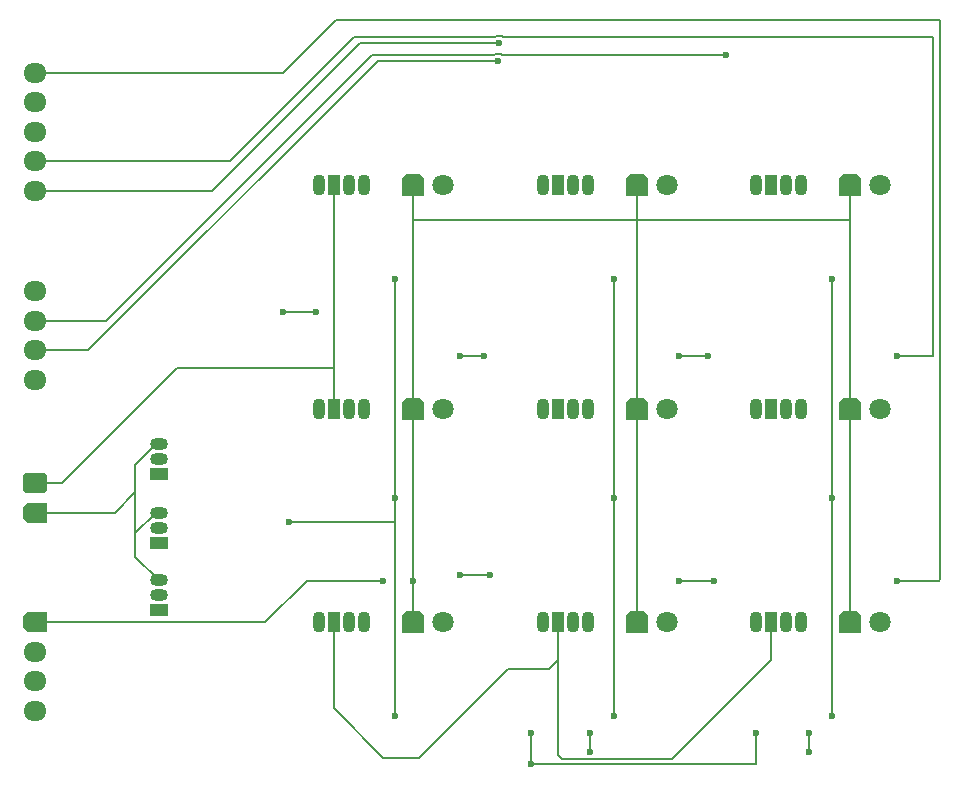
<source format=gbr>
G04 #@! TF.GenerationSoftware,KiCad,Pcbnew,8.0.0*
G04 #@! TF.CreationDate,2024-03-14T11:38:26-06:00*
G04 #@! TF.ProjectId,ColorSensor,436f6c6f-7253-4656-9e73-6f722e6b6963,A*
G04 #@! TF.SameCoordinates,Original*
G04 #@! TF.FileFunction,Copper,L2,Bot*
G04 #@! TF.FilePolarity,Positive*
%FSLAX46Y46*%
G04 Gerber Fmt 4.6, Leading zero omitted, Abs format (unit mm)*
G04 Created by KiCad (PCBNEW 8.0.0) date 2024-03-14 11:38:26*
%MOMM*%
%LPD*%
G01*
G04 APERTURE LIST*
G04 Aperture macros list*
%AMRoundRect*
0 Rectangle with rounded corners*
0 $1 Rounding radius*
0 $2 $3 $4 $5 $6 $7 $8 $9 X,Y pos of 4 corners*
0 Add a 4 corners polygon primitive as box body*
4,1,4,$2,$3,$4,$5,$6,$7,$8,$9,$2,$3,0*
0 Add four circle primitives for the rounded corners*
1,1,$1+$1,$2,$3*
1,1,$1+$1,$4,$5*
1,1,$1+$1,$6,$7*
1,1,$1+$1,$8,$9*
0 Add four rect primitives between the rounded corners*
20,1,$1+$1,$2,$3,$4,$5,0*
20,1,$1+$1,$4,$5,$6,$7,0*
20,1,$1+$1,$6,$7,$8,$9,0*
20,1,$1+$1,$8,$9,$2,$3,0*%
%AMOutline5P*
0 Free polygon, 5 corners , with rotation*
0 The origin of the aperture is its center*
0 number of corners: always 5*
0 $1 to $10 corner X, Y*
0 $11 Rotation angle, in degrees counterclockwise*
0 create outline with 5 corners*
4,1,5,$1,$2,$3,$4,$5,$6,$7,$8,$9,$10,$1,$2,$11*%
%AMOutline6P*
0 Free polygon, 6 corners , with rotation*
0 The origin of the aperture is its center*
0 number of corners: always 6*
0 $1 to $12 corner X, Y*
0 $13 Rotation angle, in degrees counterclockwise*
0 create outline with 6 corners*
4,1,6,$1,$2,$3,$4,$5,$6,$7,$8,$9,$10,$11,$12,$1,$2,$13*%
%AMOutline7P*
0 Free polygon, 7 corners , with rotation*
0 The origin of the aperture is its center*
0 number of corners: always 7*
0 $1 to $14 corner X, Y*
0 $15 Rotation angle, in degrees counterclockwise*
0 create outline with 7 corners*
4,1,7,$1,$2,$3,$4,$5,$6,$7,$8,$9,$10,$11,$12,$13,$14,$1,$2,$15*%
%AMOutline8P*
0 Free polygon, 8 corners , with rotation*
0 The origin of the aperture is its center*
0 number of corners: always 8*
0 $1 to $16 corner X, Y*
0 $17 Rotation angle, in degrees counterclockwise*
0 create outline with 8 corners*
4,1,8,$1,$2,$3,$4,$5,$6,$7,$8,$9,$10,$11,$12,$13,$14,$15,$16,$1,$2,$17*%
G04 Aperture macros list end*
G04 #@! TA.AperFunction,ComponentPad*
%ADD10Outline6P,-0.900000X0.540000X-0.540000X0.900000X0.540000X0.900000X0.900000X0.540000X0.900000X-0.900000X-0.900000X-0.900000X0.000000*%
G04 #@! TD*
G04 #@! TA.AperFunction,ComponentPad*
%ADD11C,1.800000*%
G04 #@! TD*
G04 #@! TA.AperFunction,ComponentPad*
%ADD12O,1.950000X1.700000*%
G04 #@! TD*
G04 #@! TA.AperFunction,ComponentPad*
%ADD13R,1.500000X1.050000*%
G04 #@! TD*
G04 #@! TA.AperFunction,ComponentPad*
%ADD14O,1.500000X1.050000*%
G04 #@! TD*
G04 #@! TA.AperFunction,ComponentPad*
%ADD15O,1.070000X1.800000*%
G04 #@! TD*
G04 #@! TA.AperFunction,ComponentPad*
%ADD16R,1.070000X1.800000*%
G04 #@! TD*
G04 #@! TA.AperFunction,ComponentPad*
%ADD17Outline6P,-0.850000X0.660000X-0.510000X1.000000X0.510000X1.000000X0.850000X0.660000X0.850000X-1.000000X-0.850000X-1.000000X90.000000*%
G04 #@! TD*
G04 #@! TA.AperFunction,ComponentPad*
%ADD18RoundRect,0.250000X0.750000X-0.600000X0.750000X0.600000X-0.750000X0.600000X-0.750000X-0.600000X0*%
G04 #@! TD*
G04 #@! TA.AperFunction,ComponentPad*
%ADD19Outline6P,-0.850000X0.635000X-0.510000X0.975000X0.510000X0.975000X0.850000X0.635000X0.850000X-0.975000X-0.850000X-0.975000X90.000000*%
G04 #@! TD*
G04 #@! TA.AperFunction,ViaPad*
%ADD20C,0.600000*%
G04 #@! TD*
G04 #@! TA.AperFunction,Conductor*
%ADD21C,0.200000*%
G04 #@! TD*
G04 APERTURE END LIST*
D10*
X134000000Y-81000000D03*
D11*
X136540000Y-81000000D03*
D10*
X171000000Y-100000000D03*
D11*
X173540000Y-100000000D03*
D10*
X153000000Y-118000000D03*
D11*
X155540000Y-118000000D03*
D12*
X101975000Y-81500000D03*
X101975000Y-79000000D03*
X101975000Y-76500000D03*
X101975000Y-74000000D03*
X101975000Y-71500000D03*
D13*
X112500000Y-105500000D03*
D14*
X112500000Y-104230000D03*
X112500000Y-102960000D03*
D15*
X126000000Y-100000000D03*
D16*
X127270000Y-100000000D03*
D15*
X128540000Y-100000000D03*
X129810000Y-100000000D03*
D10*
X153000000Y-100000000D03*
D11*
X155540000Y-100000000D03*
D13*
X112500000Y-117000000D03*
D14*
X112500000Y-115730000D03*
X112500000Y-114460000D03*
D10*
X171000000Y-81000000D03*
D11*
X173540000Y-81000000D03*
D13*
X112500000Y-111270000D03*
D14*
X112500000Y-110000000D03*
X112500000Y-108730000D03*
D15*
X163000000Y-100000000D03*
D16*
X164270000Y-100000000D03*
D15*
X165540000Y-100000000D03*
X166810000Y-100000000D03*
D10*
X153000000Y-81000000D03*
D11*
X155540000Y-81000000D03*
D10*
X171000000Y-118000000D03*
D11*
X173540000Y-118000000D03*
D15*
X145000000Y-100000000D03*
D16*
X146270000Y-100000000D03*
D15*
X147540000Y-100000000D03*
X148810000Y-100000000D03*
X145000000Y-118000000D03*
D16*
X146270000Y-118000000D03*
D15*
X147540000Y-118000000D03*
X148810000Y-118000000D03*
D17*
X101975000Y-108750000D03*
D18*
X101975000Y-106250000D03*
D15*
X163000000Y-81000000D03*
D16*
X164270000Y-81000000D03*
D15*
X165540000Y-81000000D03*
X166810000Y-81000000D03*
X126000000Y-118000000D03*
D16*
X127270000Y-118000000D03*
D15*
X128540000Y-118000000D03*
X129810000Y-118000000D03*
X145000000Y-81000000D03*
D16*
X146270000Y-81000000D03*
D15*
X147540000Y-81000000D03*
X148810000Y-81000000D03*
D12*
X102000000Y-97500000D03*
X102000000Y-95000000D03*
X102000000Y-92500000D03*
X102000000Y-90000000D03*
D10*
X134000000Y-100000000D03*
D11*
X136540000Y-100000000D03*
D10*
X134000000Y-118000000D03*
D11*
X136540000Y-118000000D03*
D15*
X163000000Y-118000000D03*
D16*
X164270000Y-118000000D03*
D15*
X165540000Y-118000000D03*
X166810000Y-118000000D03*
X126000000Y-81000000D03*
D16*
X127270000Y-81000000D03*
D15*
X128540000Y-81000000D03*
X129810000Y-81000000D03*
D12*
X101975000Y-125500000D03*
X101975000Y-123000000D03*
X101975000Y-120500000D03*
D19*
X101975000Y-118000000D03*
D20*
X134000000Y-114500000D03*
X131500000Y-114500000D03*
X138000000Y-95500000D03*
X140000000Y-95500000D03*
X141200000Y-70500000D03*
X160500000Y-70000000D03*
X159000000Y-95500000D03*
X141250000Y-69000000D03*
X156500000Y-95500000D03*
X156500000Y-114500000D03*
X159500000Y-114500000D03*
X175000000Y-95500000D03*
X175000000Y-114500000D03*
X138000000Y-114000000D03*
X140500000Y-114000000D03*
X163000000Y-127400000D03*
X144000000Y-127400000D03*
X144000000Y-130000000D03*
X151000000Y-89000000D03*
X132500000Y-107500000D03*
X169500000Y-107500000D03*
X167500000Y-129000000D03*
X151000000Y-126000000D03*
X151000000Y-107500000D03*
X132500000Y-89000000D03*
X169500000Y-126000000D03*
X167500000Y-127400000D03*
X149000000Y-129000000D03*
X123500000Y-109500000D03*
X169500000Y-89000000D03*
X132500000Y-126000000D03*
X149000000Y-127400000D03*
X123000000Y-91750000D03*
X125750000Y-91750000D03*
D21*
X145500000Y-122000000D02*
X142000000Y-122000000D01*
X127270000Y-96480000D02*
X127270000Y-81000000D01*
X146640000Y-129600000D02*
X155900000Y-129600000D01*
X127270000Y-96520000D02*
X127270000Y-100000000D01*
X127270000Y-125270000D02*
X131500000Y-129500000D01*
X134500000Y-129500000D02*
X131500000Y-129500000D01*
X146270000Y-121230000D02*
X145500000Y-122000000D01*
X146270000Y-118000000D02*
X146270000Y-129230000D01*
X146270000Y-118000000D02*
X146270000Y-121230000D01*
X127270000Y-118000000D02*
X127270000Y-125270000D01*
X155900000Y-129600000D02*
X164270000Y-121230000D01*
X127250000Y-96500000D02*
X114000000Y-96500000D01*
X164270000Y-121230000D02*
X164270000Y-118000000D01*
X104250000Y-106250000D02*
X101975000Y-106250000D01*
X146270000Y-129230000D02*
X146640000Y-129600000D01*
X142000000Y-122000000D02*
X134500000Y-129500000D01*
X114000000Y-96500000D02*
X104250000Y-106250000D01*
X134000000Y-114000000D02*
X134000000Y-118000000D01*
X153000000Y-100000000D02*
X153000000Y-84000000D01*
X125000000Y-114500000D02*
X121500000Y-118000000D01*
X134000000Y-84000000D02*
X153000000Y-84000000D01*
X171000000Y-100000000D02*
X171000000Y-114500000D01*
X134000000Y-100000000D02*
X134000000Y-103500000D01*
X171000000Y-100000000D02*
X171000000Y-96500000D01*
X121500000Y-118000000D02*
X101975000Y-118000000D01*
X153000000Y-84000000D02*
X171000000Y-84000000D01*
X134000000Y-114000000D02*
X134000000Y-114500000D01*
X134000000Y-103500000D02*
X134000000Y-114000000D01*
X134000000Y-81000000D02*
X134000000Y-84000000D01*
X131500000Y-114500000D02*
X125000000Y-114500000D01*
X153000000Y-81000000D02*
X153000000Y-84000000D01*
X171000000Y-114500000D02*
X171000000Y-118000000D01*
X153000000Y-100000000D02*
X153000000Y-118000000D01*
X171000000Y-81000000D02*
X171000000Y-84000000D01*
X171000000Y-96500000D02*
X171000000Y-84000000D01*
X134000000Y-100000000D02*
X134000000Y-84000000D01*
X108750000Y-108750000D02*
X110500000Y-107000000D01*
X110500000Y-112500000D02*
X112460000Y-114460000D01*
X112500000Y-102960000D02*
X112275000Y-102960000D01*
X112500000Y-108730000D02*
X112275000Y-108730000D01*
X110500000Y-110505000D02*
X110500000Y-112500000D01*
X112275000Y-108730000D02*
X110500000Y-110505000D01*
X110500000Y-104735000D02*
X110500000Y-107000000D01*
X112275000Y-102960000D02*
X110500000Y-104735000D01*
X101975000Y-108750000D02*
X108750000Y-108750000D01*
X110500000Y-107000000D02*
X110500000Y-112500000D01*
X112460000Y-114460000D02*
X112500000Y-114460000D01*
X138000000Y-95500000D02*
X140000000Y-95500000D01*
X106500000Y-95000000D02*
X131000000Y-70500000D01*
X131000000Y-70500000D02*
X141200000Y-70500000D01*
X102000000Y-95000000D02*
X106500000Y-95000000D01*
X141448529Y-69900000D02*
X140951471Y-69900000D01*
X141548529Y-70000000D02*
X141448529Y-69900000D01*
X140951471Y-69900000D02*
X140851471Y-70000000D01*
X130500000Y-70000000D02*
X108000000Y-92500000D01*
X140851471Y-70000000D02*
X130500000Y-70000000D01*
X160500000Y-70000000D02*
X141548529Y-70000000D01*
X108000000Y-92500000D02*
X102000000Y-92500000D01*
X129500000Y-69000000D02*
X117000000Y-81500000D01*
X117000000Y-81500000D02*
X101975000Y-81500000D01*
X141250000Y-69000000D02*
X129500000Y-69000000D01*
X156500000Y-95500000D02*
X159000000Y-95500000D01*
X156500000Y-114500000D02*
X159500000Y-114500000D01*
X178000000Y-95500000D02*
X178000000Y-68500000D01*
X141001471Y-68400000D02*
X141498529Y-68400000D01*
X118500000Y-79000000D02*
X129000000Y-68500000D01*
X140901471Y-68500000D02*
X141001471Y-68400000D01*
X101975000Y-79000000D02*
X118500000Y-79000000D01*
X141598529Y-68500000D02*
X160500000Y-68500000D01*
X129000000Y-68500000D02*
X140901471Y-68500000D01*
X160500000Y-68500000D02*
X178000000Y-68500000D01*
X175000000Y-95500000D02*
X178000000Y-95500000D01*
X141498529Y-68400000D02*
X141598529Y-68500000D01*
X127500000Y-67000000D02*
X178500000Y-67000000D01*
X178600000Y-67100000D02*
X178600000Y-114400000D01*
X178600000Y-114400000D02*
X178500000Y-114500000D01*
X101975000Y-71500000D02*
X123000000Y-71500000D01*
X123000000Y-71500000D02*
X127500000Y-67000000D01*
X175000000Y-114500000D02*
X178500000Y-114500000D01*
X178500000Y-67000000D02*
X178600000Y-67100000D01*
X138000000Y-114000000D02*
X140500000Y-114000000D01*
X163000000Y-130000000D02*
X144000000Y-130000000D01*
X163000000Y-127400000D02*
X163000000Y-130000000D01*
X144000000Y-127400000D02*
X144000000Y-130000000D01*
X123500000Y-109500000D02*
X132500000Y-109500000D01*
X149000000Y-127400000D02*
X149000000Y-129000000D01*
X169500000Y-126000000D02*
X169500000Y-107500000D01*
X132500000Y-126000000D02*
X132500000Y-109500000D01*
X169500000Y-89000000D02*
X169500000Y-107500000D01*
X167500000Y-127400000D02*
X167500000Y-129000000D01*
X132500000Y-109500000D02*
X132500000Y-107500000D01*
X151000000Y-89000000D02*
X151000000Y-107500000D01*
X132500000Y-89000000D02*
X132500000Y-107500000D01*
X151000000Y-126000000D02*
X151000000Y-107500000D01*
X123000000Y-91750000D02*
X125750000Y-91750000D01*
M02*

</source>
